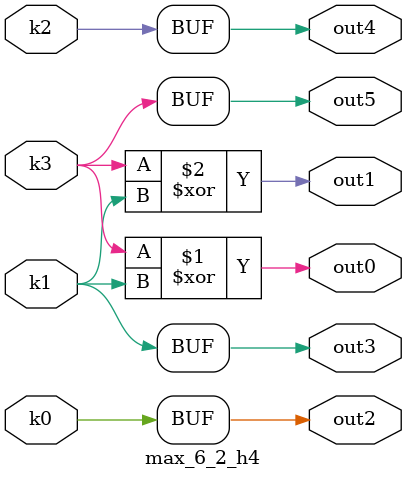
<source format=v>
module max_6_2(pi00, pi01, pi02, pi03, pi04, pi05, pi06, pi07, pi08, pi09, po0, po1, po2, po3, po4, po5);
input pi00, pi01, pi02, pi03, pi04, pi05, pi06, pi07, pi08, pi09;
output po0, po1, po2, po3, po4, po5;
wire k0, k1, k2, k3;
max_6_2_w4 DUT1 (pi00, pi01, pi02, pi03, pi04, pi05, pi06, pi07, pi08, pi09, k0, k1, k2, k3);
max_6_2_h4 DUT2 (k0, k1, k2, k3, po0, po1, po2, po3, po4, po5);
endmodule

module max_6_2_w4(in9, in8, in7, in6, in5, in4, in3, in2, in1, in0, k3, k2, k1, k0);
input in9, in8, in7, in6, in5, in4, in3, in2, in1, in0;
output k3, k2, k1, k0;
assign k0 =   in0 ? ~in8 : ~in4;
assign k1 =   ~in0 & in5;
assign k2 =   in9 & in0;
assign k3 =   (((~in9 & (~in1 | in5)) | (~in1 & in5)) & (~in6 | in2) & (~in7 | in3) & (~in8 | in4)) | ((~in6 | in2) & ((~in8 & in4 & (~in7 | in3)) | (~in7 & in3))) | (~in6 & in2);
endmodule

module max_6_2_h4(k3, k2, k1, k0, out5, out4, out3, out2, out1, out0);
input k3, k2, k1, k0;
output out5, out4, out3, out2, out1, out0;
assign out0 = k3 ^ k1;
assign out1 = k3 ^ k1;
assign out2 = k0;
assign out3 = k1;
assign out4 = k2;
assign out5 = k3;
endmodule

</source>
